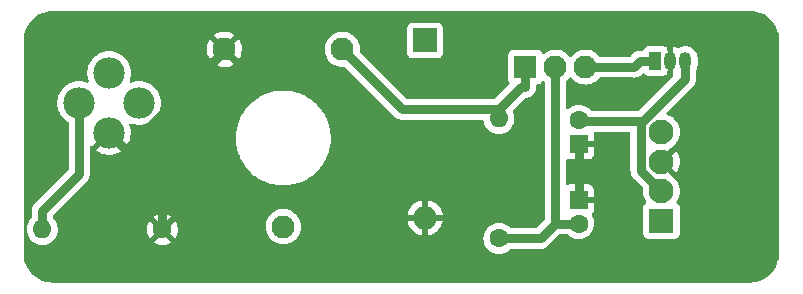
<source format=gbr>
%TF.GenerationSoftware,KiCad,Pcbnew,(6.0.7)*%
%TF.CreationDate,2022-09-16T11:39:32+01:00*%
%TF.ProjectId,gas sniffer,67617320-736e-4696-9666-65722e6b6963,rev?*%
%TF.SameCoordinates,Original*%
%TF.FileFunction,Copper,L2,Bot*%
%TF.FilePolarity,Positive*%
%FSLAX46Y46*%
G04 Gerber Fmt 4.6, Leading zero omitted, Abs format (unit mm)*
G04 Created by KiCad (PCBNEW (6.0.7)) date 2022-09-16 11:39:32*
%MOMM*%
%LPD*%
G01*
G04 APERTURE LIST*
%TA.AperFunction,ComponentPad*%
%ADD10C,1.950000*%
%TD*%
%TA.AperFunction,ComponentPad*%
%ADD11R,1.050000X1.500000*%
%TD*%
%TA.AperFunction,ComponentPad*%
%ADD12O,1.050000X1.500000*%
%TD*%
%TA.AperFunction,ComponentPad*%
%ADD13C,2.667000*%
%TD*%
%TA.AperFunction,ComponentPad*%
%ADD14O,1.600000X1.600000*%
%TD*%
%TA.AperFunction,ComponentPad*%
%ADD15C,1.600000*%
%TD*%
%TA.AperFunction,ComponentPad*%
%ADD16C,2.100000*%
%TD*%
%TA.AperFunction,ComponentPad*%
%ADD17R,2.100000X2.100000*%
%TD*%
%TA.AperFunction,ComponentPad*%
%ADD18C,1.935000*%
%TD*%
%TA.AperFunction,ComponentPad*%
%ADD19R,1.935000X1.935000*%
%TD*%
%TA.AperFunction,ComponentPad*%
%ADD20R,1.600000X1.600000*%
%TD*%
%TA.AperFunction,ComponentPad*%
%ADD21O,2.000000X2.000000*%
%TD*%
%TA.AperFunction,ComponentPad*%
%ADD22R,2.000000X2.000000*%
%TD*%
%TA.AperFunction,Conductor*%
%ADD23C,0.750000*%
%TD*%
G04 APERTURE END LIST*
D10*
X34500000Y-30750000D03*
X29500000Y-15750000D03*
X39500000Y-15750000D03*
D11*
X66000000Y-16750000D03*
D12*
X68540000Y-16750000D03*
X67270000Y-16750000D03*
D13*
X17210000Y-20290000D03*
X19750000Y-22830000D03*
X22290000Y-20290000D03*
X19750000Y-17750000D03*
D14*
X52750000Y-21590000D03*
D15*
X52750000Y-31750000D03*
D14*
X14090000Y-31000000D03*
D15*
X24250000Y-31000000D03*
D16*
X66500000Y-22750000D03*
X66500000Y-25250000D03*
X66500000Y-27750000D03*
D17*
X66500000Y-30250000D03*
D18*
X60080000Y-17250000D03*
X57540000Y-17250000D03*
D19*
X55000000Y-17250000D03*
D15*
X59500000Y-21750000D03*
D20*
X59500000Y-23750000D03*
D15*
X59500000Y-30500000D03*
D20*
X59500000Y-28500000D03*
D21*
X46500000Y-30000000D03*
D22*
X46500000Y-15000000D03*
D23*
X21168300Y-24248200D02*
X19750000Y-22830000D01*
X24250000Y-31000000D02*
X24250000Y-27330000D01*
X24250000Y-27330000D02*
X21168300Y-24248200D01*
X21168300Y-24248200D02*
X29500000Y-15916500D01*
X29500000Y-15916500D02*
X29500000Y-15750000D01*
X59500000Y-28500000D02*
X59500000Y-23750000D01*
X66000000Y-16750000D02*
X64725000Y-16750000D01*
X60080000Y-17250000D02*
X64225000Y-17250000D01*
X64225000Y-17250000D02*
X64725000Y-16750000D01*
X57540000Y-30500000D02*
X56290000Y-31750000D01*
X56290000Y-31750000D02*
X52750000Y-31750000D01*
X57540000Y-17250000D02*
X57540000Y-30500000D01*
X59500000Y-30500000D02*
X57540000Y-30500000D01*
X55000000Y-17250000D02*
X55000000Y-18967500D01*
X55000000Y-18967500D02*
X54597500Y-18967500D01*
X54597500Y-18967500D02*
X52750000Y-20815000D01*
X52750000Y-20815000D02*
X44565000Y-20815000D01*
X44565000Y-20815000D02*
X39500000Y-15750000D01*
X52750000Y-21590000D02*
X52750000Y-20815000D01*
X64775300Y-21830900D02*
X59580900Y-21830900D01*
X59580900Y-21830900D02*
X59500000Y-21750000D01*
X68540000Y-18250000D02*
X64959100Y-21830900D01*
X64959100Y-21830900D02*
X64775300Y-21830900D01*
X66500000Y-27750000D02*
X64775300Y-26025300D01*
X64775300Y-26025300D02*
X64775300Y-21830900D01*
X68540000Y-16750000D02*
X68540000Y-18250000D01*
X14090000Y-31000000D02*
X14090000Y-29450000D01*
X14090000Y-29450000D02*
X17210000Y-26330000D01*
X17210000Y-26330000D02*
X17210000Y-20290000D01*
%TA.AperFunction,Conductor*%
G36*
X73973721Y-12506324D02*
G01*
X73987264Y-12508432D01*
X73997407Y-12510011D01*
X74014605Y-12507762D01*
X74038546Y-12506929D01*
X74296395Y-12522524D01*
X74311497Y-12524358D01*
X74331592Y-12528040D01*
X74592440Y-12575841D01*
X74607213Y-12579482D01*
X74790935Y-12636731D01*
X74879905Y-12664455D01*
X74894128Y-12669849D01*
X75154595Y-12787074D01*
X75168069Y-12794146D01*
X75412497Y-12941908D01*
X75425019Y-12950551D01*
X75649862Y-13126704D01*
X75661250Y-13136794D01*
X75863206Y-13338750D01*
X75873296Y-13350138D01*
X76049449Y-13574981D01*
X76058092Y-13587503D01*
X76205854Y-13831931D01*
X76212926Y-13845405D01*
X76330151Y-14105872D01*
X76335546Y-14120098D01*
X76420518Y-14392787D01*
X76424159Y-14407560D01*
X76475642Y-14688500D01*
X76477476Y-14703605D01*
X76490008Y-14910796D01*
X76492634Y-14954221D01*
X76491372Y-14981026D01*
X76491370Y-14981170D01*
X76489989Y-14990041D01*
X76491153Y-14998944D01*
X76491153Y-14998949D01*
X76494116Y-15021611D01*
X76495180Y-15037947D01*
X76495180Y-32954316D01*
X76493680Y-32973701D01*
X76491370Y-32988534D01*
X76491370Y-32988538D01*
X76489989Y-32997407D01*
X76491446Y-33008545D01*
X76492238Y-33014604D01*
X76493071Y-33038546D01*
X76477476Y-33296395D01*
X76475642Y-33311500D01*
X76424159Y-33592440D01*
X76420518Y-33607213D01*
X76335546Y-33879902D01*
X76330151Y-33894128D01*
X76212926Y-34154595D01*
X76205854Y-34168069D01*
X76058092Y-34412497D01*
X76049449Y-34425019D01*
X75873296Y-34649862D01*
X75863206Y-34661250D01*
X75661250Y-34863206D01*
X75649862Y-34873296D01*
X75425019Y-35049449D01*
X75412497Y-35058092D01*
X75168069Y-35205854D01*
X75154595Y-35212926D01*
X74894128Y-35330151D01*
X74879905Y-35335545D01*
X74790935Y-35363269D01*
X74607213Y-35420518D01*
X74592440Y-35424159D01*
X74451970Y-35449900D01*
X74311497Y-35475642D01*
X74296395Y-35477476D01*
X74045775Y-35492634D01*
X74018974Y-35491372D01*
X74018830Y-35491370D01*
X74009959Y-35489989D01*
X74001056Y-35491153D01*
X74001051Y-35491153D01*
X73978389Y-35494116D01*
X73962053Y-35495180D01*
X15045687Y-35495180D01*
X15026302Y-35493680D01*
X15011469Y-35491370D01*
X15011465Y-35491370D01*
X15002596Y-35489989D01*
X14985397Y-35492238D01*
X14961457Y-35493071D01*
X14703610Y-35477474D01*
X14688506Y-35475640D01*
X14616534Y-35462451D01*
X14407560Y-35424155D01*
X14392793Y-35420516D01*
X14120089Y-35335538D01*
X14105875Y-35330146D01*
X13845412Y-35212922D01*
X13831941Y-35205852D01*
X13587507Y-35058085D01*
X13574986Y-35049442D01*
X13350149Y-34873295D01*
X13338760Y-34863205D01*
X13136795Y-34661240D01*
X13126705Y-34649851D01*
X12950558Y-34425014D01*
X12941915Y-34412493D01*
X12794148Y-34168059D01*
X12787077Y-34154586D01*
X12669854Y-33894125D01*
X12664461Y-33879907D01*
X12664460Y-33879902D01*
X12579484Y-33607206D01*
X12575845Y-33592440D01*
X12524360Y-33311494D01*
X12522526Y-33296390D01*
X12507589Y-33049448D01*
X12508840Y-33025896D01*
X12508654Y-33025879D01*
X12509089Y-33021030D01*
X12509896Y-33016232D01*
X12510049Y-33003680D01*
X12506102Y-32976115D01*
X12504830Y-32958229D01*
X12505230Y-31000000D01*
X12776502Y-31000000D01*
X12796457Y-31228087D01*
X12797881Y-31233400D01*
X12797881Y-31233402D01*
X12849374Y-31425573D01*
X12855716Y-31449243D01*
X12858039Y-31454224D01*
X12858039Y-31454225D01*
X12950151Y-31651762D01*
X12950154Y-31651767D01*
X12952477Y-31656749D01*
X12955634Y-31661257D01*
X13064585Y-31816855D01*
X13083802Y-31844300D01*
X13245700Y-32006198D01*
X13250208Y-32009355D01*
X13250211Y-32009357D01*
X13328389Y-32064098D01*
X13433251Y-32137523D01*
X13438233Y-32139846D01*
X13438238Y-32139849D01*
X13634765Y-32231490D01*
X13640757Y-32234284D01*
X13646065Y-32235706D01*
X13646067Y-32235707D01*
X13856598Y-32292119D01*
X13856600Y-32292119D01*
X13861913Y-32293543D01*
X14090000Y-32313498D01*
X14318087Y-32293543D01*
X14323400Y-32292119D01*
X14323402Y-32292119D01*
X14533933Y-32235707D01*
X14533935Y-32235706D01*
X14539243Y-32234284D01*
X14545235Y-32231490D01*
X14741762Y-32139849D01*
X14741767Y-32139846D01*
X14746749Y-32137523D01*
X14820243Y-32086062D01*
X23528493Y-32086062D01*
X23537789Y-32098077D01*
X23588994Y-32133931D01*
X23598489Y-32139414D01*
X23795947Y-32231490D01*
X23806239Y-32235236D01*
X24016688Y-32291625D01*
X24027481Y-32293528D01*
X24244525Y-32312517D01*
X24255475Y-32312517D01*
X24472519Y-32293528D01*
X24483312Y-32291625D01*
X24693761Y-32235236D01*
X24704053Y-32231490D01*
X24901511Y-32139414D01*
X24911006Y-32133931D01*
X24963048Y-32097491D01*
X24971424Y-32087012D01*
X24964356Y-32073566D01*
X24262812Y-31372022D01*
X24248868Y-31364408D01*
X24247035Y-31364539D01*
X24240420Y-31368790D01*
X23534923Y-32074287D01*
X23528493Y-32086062D01*
X14820243Y-32086062D01*
X14851611Y-32064098D01*
X14929789Y-32009357D01*
X14929792Y-32009355D01*
X14934300Y-32006198D01*
X15096198Y-31844300D01*
X15115416Y-31816855D01*
X15224366Y-31661257D01*
X15227523Y-31656749D01*
X15229846Y-31651767D01*
X15229849Y-31651762D01*
X15321961Y-31454225D01*
X15321961Y-31454224D01*
X15324284Y-31449243D01*
X15330627Y-31425573D01*
X15382119Y-31233402D01*
X15382119Y-31233400D01*
X15383543Y-31228087D01*
X15403019Y-31005475D01*
X22937483Y-31005475D01*
X22956472Y-31222519D01*
X22958375Y-31233312D01*
X23014764Y-31443761D01*
X23018510Y-31454053D01*
X23110586Y-31651511D01*
X23116069Y-31661006D01*
X23152509Y-31713048D01*
X23162988Y-31721424D01*
X23176434Y-31714356D01*
X23877978Y-31012812D01*
X23884356Y-31001132D01*
X24614408Y-31001132D01*
X24614539Y-31002965D01*
X24618790Y-31009580D01*
X25324287Y-31715077D01*
X25336062Y-31721507D01*
X25348077Y-31712211D01*
X25383931Y-31661006D01*
X25389414Y-31651511D01*
X25481490Y-31454053D01*
X25485236Y-31443761D01*
X25541625Y-31233312D01*
X25543528Y-31222519D01*
X25562517Y-31005475D01*
X25562517Y-30994525D01*
X25543528Y-30777481D01*
X25541625Y-30766688D01*
X25527409Y-30713631D01*
X33011860Y-30713631D01*
X33012157Y-30718783D01*
X33012157Y-30718787D01*
X33018547Y-30829595D01*
X33025903Y-30957171D01*
X33027040Y-30962217D01*
X33027041Y-30962223D01*
X33051223Y-31069527D01*
X33079533Y-31195147D01*
X33081475Y-31199929D01*
X33081476Y-31199933D01*
X33141680Y-31348197D01*
X33171311Y-31421169D01*
X33298772Y-31629166D01*
X33458492Y-31813553D01*
X33646183Y-31969377D01*
X33856804Y-32092453D01*
X33861629Y-32094295D01*
X33861630Y-32094296D01*
X33964763Y-32133679D01*
X34084698Y-32179478D01*
X34089764Y-32180509D01*
X34089765Y-32180509D01*
X34318667Y-32227080D01*
X34318671Y-32227080D01*
X34323746Y-32228113D01*
X34328922Y-32228303D01*
X34328924Y-32228303D01*
X34562363Y-32236863D01*
X34562367Y-32236863D01*
X34567527Y-32237052D01*
X34572647Y-32236396D01*
X34572649Y-32236396D01*
X34649377Y-32226567D01*
X34809494Y-32206055D01*
X34814443Y-32204570D01*
X34814449Y-32204569D01*
X35014337Y-32144599D01*
X35043150Y-32135955D01*
X35262219Y-32028634D01*
X35266424Y-32025634D01*
X35266430Y-32025631D01*
X35456614Y-31889974D01*
X35456616Y-31889972D01*
X35460818Y-31886975D01*
X35633614Y-31714781D01*
X35775966Y-31516677D01*
X35791305Y-31485642D01*
X35881756Y-31302626D01*
X35881757Y-31302624D01*
X35884050Y-31297984D01*
X35916827Y-31190105D01*
X35953462Y-31069527D01*
X35953463Y-31069521D01*
X35954966Y-31064575D01*
X35986807Y-30822717D01*
X35986889Y-30819365D01*
X35988502Y-30753365D01*
X35988502Y-30753361D01*
X35988584Y-30750000D01*
X35968596Y-30506876D01*
X35909167Y-30270280D01*
X35907928Y-30267431D01*
X45013353Y-30267431D01*
X45060218Y-30462634D01*
X45063264Y-30472008D01*
X45150313Y-30682163D01*
X45154795Y-30690958D01*
X45273643Y-30884899D01*
X45279443Y-30892883D01*
X45427178Y-31065858D01*
X45434142Y-31072822D01*
X45607117Y-31220557D01*
X45615101Y-31226357D01*
X45809042Y-31345205D01*
X45817837Y-31349687D01*
X46027992Y-31436736D01*
X46037366Y-31439782D01*
X46228385Y-31485642D01*
X46242469Y-31484937D01*
X46246000Y-31476056D01*
X46246000Y-31471756D01*
X46754000Y-31471756D01*
X46757973Y-31485287D01*
X46767431Y-31486647D01*
X46962634Y-31439782D01*
X46972008Y-31436736D01*
X47182163Y-31349687D01*
X47190958Y-31345205D01*
X47384899Y-31226357D01*
X47392883Y-31220557D01*
X47565858Y-31072822D01*
X47572822Y-31065858D01*
X47720557Y-30892883D01*
X47726357Y-30884899D01*
X47845205Y-30690958D01*
X47849687Y-30682163D01*
X47936736Y-30472008D01*
X47939782Y-30462634D01*
X47985642Y-30271615D01*
X47984937Y-30257531D01*
X47976056Y-30254000D01*
X46772115Y-30254000D01*
X46756876Y-30258475D01*
X46755671Y-30259865D01*
X46754000Y-30267548D01*
X46754000Y-31471756D01*
X46246000Y-31471756D01*
X46246000Y-30272115D01*
X46241525Y-30256876D01*
X46240135Y-30255671D01*
X46232452Y-30254000D01*
X45028244Y-30254000D01*
X45014713Y-30257973D01*
X45013353Y-30267431D01*
X35907928Y-30267431D01*
X35822042Y-30069907D01*
X35813954Y-30051305D01*
X35813952Y-30051302D01*
X35811894Y-30046568D01*
X35679390Y-29841748D01*
X35674779Y-29836680D01*
X35576238Y-29728385D01*
X45014358Y-29728385D01*
X45015063Y-29742469D01*
X45023944Y-29746000D01*
X46227885Y-29746000D01*
X46243124Y-29741525D01*
X46244329Y-29740135D01*
X46246000Y-29732452D01*
X46246000Y-29727885D01*
X46754000Y-29727885D01*
X46758475Y-29743124D01*
X46759865Y-29744329D01*
X46767548Y-29746000D01*
X47971756Y-29746000D01*
X47985287Y-29742027D01*
X47986647Y-29732569D01*
X47939782Y-29537366D01*
X47936736Y-29527992D01*
X47849687Y-29317837D01*
X47845205Y-29309042D01*
X47726357Y-29115101D01*
X47720557Y-29107117D01*
X47572822Y-28934142D01*
X47565858Y-28927178D01*
X47392883Y-28779443D01*
X47384899Y-28773643D01*
X47190958Y-28654795D01*
X47182163Y-28650313D01*
X46972008Y-28563264D01*
X46962634Y-28560218D01*
X46771615Y-28514358D01*
X46757531Y-28515063D01*
X46754000Y-28523944D01*
X46754000Y-29727885D01*
X46246000Y-29727885D01*
X46246000Y-28528244D01*
X46242027Y-28514713D01*
X46232569Y-28513353D01*
X46037366Y-28560218D01*
X46027992Y-28563264D01*
X45817837Y-28650313D01*
X45809042Y-28654795D01*
X45615101Y-28773643D01*
X45607117Y-28779443D01*
X45434142Y-28927178D01*
X45427178Y-28934142D01*
X45279443Y-29107117D01*
X45273643Y-29115101D01*
X45154795Y-29309042D01*
X45150313Y-29317837D01*
X45063264Y-29527992D01*
X45060218Y-29537366D01*
X45014358Y-29728385D01*
X35576238Y-29728385D01*
X35518690Y-29665141D01*
X35518688Y-29665140D01*
X35515212Y-29661319D01*
X35511161Y-29658120D01*
X35511157Y-29658116D01*
X35327825Y-29513329D01*
X35327821Y-29513327D01*
X35323770Y-29510127D01*
X35287133Y-29489902D01*
X35267759Y-29479207D01*
X35110205Y-29392233D01*
X35105336Y-29390509D01*
X35105332Y-29390507D01*
X34885127Y-29312528D01*
X34885123Y-29312527D01*
X34880252Y-29310802D01*
X34875159Y-29309895D01*
X34875156Y-29309894D01*
X34645177Y-29268928D01*
X34645171Y-29268927D01*
X34640088Y-29268022D01*
X34560380Y-29267048D01*
X34401332Y-29265105D01*
X34401330Y-29265105D01*
X34396162Y-29265042D01*
X34155024Y-29301941D01*
X33923150Y-29377729D01*
X33918558Y-29380119D01*
X33918559Y-29380119D01*
X33828792Y-29426849D01*
X33706769Y-29490370D01*
X33702636Y-29493473D01*
X33702633Y-29493475D01*
X33538780Y-29616500D01*
X33511690Y-29636840D01*
X33343153Y-29813204D01*
X33340239Y-29817476D01*
X33340238Y-29817477D01*
X33322656Y-29843251D01*
X33205684Y-30014726D01*
X33102974Y-30235995D01*
X33037783Y-30471067D01*
X33011860Y-30713631D01*
X25527409Y-30713631D01*
X25485236Y-30556239D01*
X25481490Y-30545947D01*
X25389414Y-30348489D01*
X25383931Y-30338994D01*
X25347491Y-30286952D01*
X25337012Y-30278576D01*
X25323566Y-30285644D01*
X24622022Y-30987188D01*
X24614408Y-31001132D01*
X23884356Y-31001132D01*
X23885592Y-30998868D01*
X23885461Y-30997035D01*
X23881210Y-30990420D01*
X23175713Y-30284923D01*
X23163938Y-30278493D01*
X23151923Y-30287789D01*
X23116069Y-30338994D01*
X23110586Y-30348489D01*
X23018510Y-30545947D01*
X23014764Y-30556239D01*
X22958375Y-30766688D01*
X22956472Y-30777481D01*
X22937483Y-30994525D01*
X22937483Y-31005475D01*
X15403019Y-31005475D01*
X15403498Y-31000000D01*
X15383543Y-30771913D01*
X15378573Y-30753365D01*
X15325707Y-30556067D01*
X15325706Y-30556065D01*
X15324284Y-30550757D01*
X15321961Y-30545775D01*
X15229849Y-30348238D01*
X15229846Y-30348233D01*
X15227523Y-30343251D01*
X15096198Y-30155700D01*
X15010405Y-30069907D01*
X14976379Y-30007595D01*
X14973500Y-29980812D01*
X14973500Y-29912988D01*
X23528576Y-29912988D01*
X23535644Y-29926434D01*
X24237188Y-30627978D01*
X24251132Y-30635592D01*
X24252965Y-30635461D01*
X24259580Y-30631210D01*
X24965077Y-29925713D01*
X24971507Y-29913938D01*
X24962211Y-29901923D01*
X24911006Y-29866069D01*
X24901511Y-29860586D01*
X24704053Y-29768510D01*
X24693761Y-29764764D01*
X24483312Y-29708375D01*
X24472519Y-29706472D01*
X24255475Y-29687483D01*
X24244525Y-29687483D01*
X24027481Y-29706472D01*
X24016688Y-29708375D01*
X23806239Y-29764764D01*
X23795947Y-29768510D01*
X23598489Y-29860586D01*
X23588994Y-29866069D01*
X23536952Y-29902509D01*
X23528576Y-29912988D01*
X14973500Y-29912988D01*
X14973500Y-29868148D01*
X14993502Y-29800027D01*
X15010405Y-29779053D01*
X17778546Y-27010912D01*
X17793574Y-26998075D01*
X17804434Y-26990185D01*
X17848886Y-26940816D01*
X17853427Y-26936031D01*
X17867472Y-26921986D01*
X17869559Y-26919409D01*
X17879969Y-26906554D01*
X17884253Y-26901538D01*
X17924283Y-26857080D01*
X17924287Y-26857075D01*
X17928704Y-26852169D01*
X17935411Y-26840552D01*
X17946609Y-26824259D01*
X17950891Y-26818971D01*
X17955047Y-26813839D01*
X17985213Y-26754637D01*
X17988346Y-26748867D01*
X18018260Y-26697055D01*
X18018262Y-26697050D01*
X18021564Y-26691331D01*
X18023605Y-26685051D01*
X18023608Y-26685043D01*
X18025708Y-26678579D01*
X18033272Y-26660317D01*
X18036365Y-26654245D01*
X18039362Y-26648363D01*
X18056559Y-26584183D01*
X18058424Y-26577888D01*
X18078954Y-26514702D01*
X18079644Y-26508133D01*
X18079646Y-26508126D01*
X18080358Y-26501355D01*
X18083958Y-26481926D01*
X18087429Y-26468971D01*
X18090905Y-26402647D01*
X18091422Y-26396078D01*
X18093156Y-26379577D01*
X18093500Y-26376306D01*
X18093500Y-26356426D01*
X18093673Y-26349831D01*
X18096804Y-26290098D01*
X18096804Y-26290094D01*
X18097149Y-26283507D01*
X18095051Y-26270260D01*
X18093500Y-26250550D01*
X18093500Y-24300535D01*
X18644633Y-24300535D01*
X18652022Y-24310836D01*
X18684966Y-24337657D01*
X18692245Y-24342772D01*
X18908022Y-24472681D01*
X18915946Y-24476718D01*
X19147879Y-24574930D01*
X19156284Y-24577808D01*
X19399756Y-24642363D01*
X19408474Y-24644026D01*
X19658614Y-24673631D01*
X19667482Y-24674049D01*
X19919284Y-24668115D01*
X19928144Y-24667278D01*
X20176586Y-24625926D01*
X20185243Y-24623847D01*
X20425387Y-24547900D01*
X20433649Y-24544629D01*
X20660699Y-24435601D01*
X20668423Y-24431195D01*
X20847319Y-24311659D01*
X20855608Y-24301741D01*
X20848352Y-24287563D01*
X19762810Y-23202020D01*
X19748869Y-23194408D01*
X19747034Y-23194539D01*
X19740420Y-23198790D01*
X18651799Y-24287412D01*
X18644633Y-24300535D01*
X18093500Y-24300535D01*
X18093500Y-24048343D01*
X18113502Y-23980222D01*
X18167158Y-23933729D01*
X18237432Y-23923625D01*
X18261803Y-23934264D01*
X18277229Y-23935956D01*
X18293128Y-23927661D01*
X19660905Y-22559885D01*
X19723217Y-22525859D01*
X19794033Y-22530924D01*
X19839095Y-22559885D01*
X21208316Y-23929105D01*
X21221716Y-23936423D01*
X21231619Y-23929436D01*
X21240748Y-23918576D01*
X21245966Y-23911393D01*
X21379258Y-23697668D01*
X21383410Y-23689828D01*
X21485258Y-23459450D01*
X21488268Y-23451089D01*
X21521276Y-23334052D01*
X30487391Y-23334052D01*
X30487612Y-23337171D01*
X30487612Y-23337178D01*
X30503735Y-23564895D01*
X30515579Y-23732168D01*
X30583169Y-24125515D01*
X30689491Y-24510205D01*
X30690614Y-24513107D01*
X30690617Y-24513117D01*
X30803016Y-24803649D01*
X30833495Y-24882433D01*
X30834908Y-24885224D01*
X30834911Y-24885231D01*
X30851644Y-24918285D01*
X31013757Y-25238518D01*
X31015436Y-25241148D01*
X31015442Y-25241159D01*
X31141363Y-25438434D01*
X31228494Y-25574939D01*
X31230423Y-25577386D01*
X31230428Y-25577393D01*
X31375769Y-25761756D01*
X31475582Y-25888368D01*
X31477757Y-25890624D01*
X31477762Y-25890630D01*
X31540551Y-25955763D01*
X31752578Y-26175708D01*
X31754971Y-26177741D01*
X32054348Y-26432081D01*
X32054357Y-26432088D01*
X32056743Y-26434115D01*
X32059323Y-26435898D01*
X32382497Y-26659258D01*
X32382506Y-26659263D01*
X32385069Y-26661035D01*
X32387804Y-26662548D01*
X32387809Y-26662551D01*
X32454057Y-26699197D01*
X32734309Y-26854224D01*
X32737178Y-26855457D01*
X32737189Y-26855462D01*
X33098142Y-27010539D01*
X33101010Y-27011771D01*
X33103987Y-27012712D01*
X33103991Y-27012714D01*
X33191117Y-27040268D01*
X33481545Y-27132118D01*
X33484613Y-27132762D01*
X33484614Y-27132762D01*
X33676849Y-27173097D01*
X33872152Y-27214076D01*
X33875269Y-27214412D01*
X33875270Y-27214412D01*
X34266516Y-27256570D01*
X34266519Y-27256570D01*
X34268967Y-27256834D01*
X34271430Y-27256905D01*
X34271431Y-27256905D01*
X34274681Y-27256999D01*
X34326803Y-27258500D01*
X34600217Y-27258500D01*
X34601780Y-27258422D01*
X34601788Y-27258422D01*
X34699009Y-27253582D01*
X34898619Y-27243645D01*
X34901704Y-27243181D01*
X34901706Y-27243181D01*
X35290203Y-27184773D01*
X35293296Y-27184308D01*
X35399786Y-27157263D01*
X35677085Y-27086838D01*
X35677088Y-27086837D01*
X35680128Y-27086065D01*
X35697305Y-27079830D01*
X36052352Y-26950955D01*
X36052362Y-26950951D01*
X36055290Y-26949888D01*
X36415071Y-26777123D01*
X36755915Y-26569479D01*
X36932862Y-26435898D01*
X37071957Y-26330892D01*
X37071960Y-26330890D01*
X37074451Y-26329009D01*
X37076733Y-26326899D01*
X37076742Y-26326892D01*
X37349369Y-26074877D01*
X37367528Y-26058091D01*
X37373153Y-26051745D01*
X37630165Y-25761756D01*
X37632249Y-25759405D01*
X37865995Y-25435903D01*
X38066455Y-25090785D01*
X38081530Y-25057631D01*
X38230349Y-24730321D01*
X38231648Y-24727464D01*
X38251795Y-24668115D01*
X38358931Y-24352499D01*
X38358932Y-24352496D01*
X38359938Y-24349532D01*
X38360642Y-24346494D01*
X38360645Y-24346484D01*
X38449353Y-23963770D01*
X38449353Y-23963768D01*
X38450058Y-23960728D01*
X38501117Y-23564895D01*
X38512609Y-23165948D01*
X38503943Y-23043543D01*
X38484643Y-22770968D01*
X38484421Y-22767832D01*
X38416831Y-22374485D01*
X38399215Y-22310745D01*
X38325722Y-22044839D01*
X38310509Y-21989795D01*
X38309386Y-21986893D01*
X38309383Y-21986883D01*
X38177532Y-21646071D01*
X38166505Y-21617567D01*
X38155322Y-21595475D01*
X38063380Y-21413856D01*
X37986243Y-21261482D01*
X37984564Y-21258852D01*
X37984558Y-21258841D01*
X37780132Y-20938575D01*
X37771506Y-20925061D01*
X37769577Y-20922614D01*
X37769572Y-20922607D01*
X37526362Y-20614098D01*
X37524418Y-20611632D01*
X37522243Y-20609376D01*
X37522238Y-20609370D01*
X37374367Y-20455978D01*
X37247422Y-20324292D01*
X37203266Y-20286779D01*
X36945652Y-20067919D01*
X36945643Y-20067912D01*
X36943257Y-20065885D01*
X36801877Y-19968171D01*
X36617503Y-19840742D01*
X36617494Y-19840737D01*
X36614931Y-19838965D01*
X36612196Y-19837452D01*
X36612191Y-19837449D01*
X36380862Y-19709485D01*
X36265691Y-19645776D01*
X36262822Y-19644543D01*
X36262811Y-19644538D01*
X35901858Y-19489461D01*
X35901855Y-19489460D01*
X35898990Y-19488229D01*
X35896013Y-19487288D01*
X35896009Y-19487286D01*
X35673847Y-19417026D01*
X35518455Y-19367882D01*
X35497233Y-19363429D01*
X35273395Y-19316463D01*
X35127848Y-19285924D01*
X35115106Y-19284551D01*
X34733484Y-19243430D01*
X34733481Y-19243430D01*
X34731033Y-19243166D01*
X34728570Y-19243095D01*
X34728569Y-19243095D01*
X34725319Y-19243001D01*
X34673197Y-19241500D01*
X34399783Y-19241500D01*
X34398220Y-19241578D01*
X34398212Y-19241578D01*
X34300991Y-19246418D01*
X34101381Y-19256355D01*
X34098296Y-19256819D01*
X34098294Y-19256819D01*
X33872032Y-19290836D01*
X33706704Y-19315692D01*
X33703669Y-19316463D01*
X33703668Y-19316463D01*
X33322915Y-19413162D01*
X33322912Y-19413163D01*
X33319872Y-19413935D01*
X33316925Y-19415005D01*
X33316924Y-19415005D01*
X32947648Y-19549045D01*
X32947638Y-19549049D01*
X32944710Y-19550112D01*
X32584929Y-19722877D01*
X32244085Y-19930521D01*
X32241575Y-19932416D01*
X32064777Y-20065885D01*
X31925549Y-20170991D01*
X31923267Y-20173101D01*
X31923258Y-20173108D01*
X31859556Y-20231994D01*
X31632472Y-20441909D01*
X31630400Y-20444247D01*
X31630395Y-20444252D01*
X31583624Y-20497024D01*
X31367751Y-20740595D01*
X31134005Y-21064097D01*
X30933545Y-21409215D01*
X30932255Y-21412052D01*
X30932253Y-21412056D01*
X30806352Y-21688959D01*
X30768352Y-21772536D01*
X30767344Y-21775505D01*
X30767341Y-21775513D01*
X30647516Y-22128509D01*
X30640062Y-22150468D01*
X30639358Y-22153506D01*
X30639355Y-22153516D01*
X30553051Y-22525859D01*
X30549942Y-22539272D01*
X30517851Y-22788058D01*
X30502724Y-22905331D01*
X30498883Y-22935105D01*
X30487391Y-23334052D01*
X21521276Y-23334052D01*
X21556634Y-23208680D01*
X21558438Y-23199972D01*
X21592134Y-22949106D01*
X21592662Y-22942713D01*
X21596103Y-22833222D01*
X21595976Y-22826779D01*
X21578101Y-22574317D01*
X21576848Y-22565513D01*
X21523835Y-22319278D01*
X21521356Y-22310745D01*
X21470949Y-22174112D01*
X21466137Y-22103278D01*
X21500384Y-22041088D01*
X21562818Y-22007286D01*
X21638290Y-22014474D01*
X21691820Y-22037141D01*
X21696117Y-22038280D01*
X21696122Y-22038282D01*
X21817891Y-22070568D01*
X21943962Y-22103995D01*
X22203008Y-22134655D01*
X22463790Y-22128509D01*
X22468188Y-22127777D01*
X22716715Y-22086411D01*
X22716719Y-22086410D01*
X22721105Y-22085680D01*
X22725346Y-22084339D01*
X22725349Y-22084338D01*
X22965571Y-22008366D01*
X22965573Y-22008365D01*
X22969817Y-22007023D01*
X22973828Y-22005097D01*
X22973833Y-22005095D01*
X23200947Y-21896036D01*
X23200948Y-21896035D01*
X23204966Y-21894106D01*
X23208672Y-21891630D01*
X23418151Y-21751661D01*
X23418155Y-21751658D01*
X23421859Y-21749183D01*
X23616167Y-21575146D01*
X23784016Y-21375466D01*
X23792469Y-21361913D01*
X23846809Y-21274780D01*
X23922054Y-21154128D01*
X24027529Y-20915549D01*
X24028955Y-20910495D01*
X24073240Y-20753472D01*
X24098336Y-20664488D01*
X24105739Y-20609370D01*
X24132634Y-20409138D01*
X24132635Y-20409130D01*
X24133061Y-20405956D01*
X24133162Y-20402745D01*
X24136604Y-20293222D01*
X24136604Y-20293217D01*
X24136705Y-20290000D01*
X24118282Y-20029797D01*
X24063379Y-19774786D01*
X24057587Y-19759084D01*
X23974634Y-19534231D01*
X23973093Y-19530054D01*
X23849225Y-19300486D01*
X23842098Y-19290836D01*
X23696887Y-19094238D01*
X23694245Y-19090661D01*
X23511248Y-18904766D01*
X23461880Y-18867089D01*
X23307423Y-18749212D01*
X23303883Y-18746510D01*
X23256721Y-18720098D01*
X23080175Y-18621227D01*
X23080172Y-18621226D01*
X23076289Y-18619051D01*
X23072144Y-18617447D01*
X23072141Y-18617446D01*
X22928800Y-18561992D01*
X22833006Y-18524932D01*
X22828685Y-18523930D01*
X22828677Y-18523928D01*
X22616543Y-18474759D01*
X22578888Y-18466031D01*
X22319007Y-18443523D01*
X22314572Y-18443767D01*
X22314568Y-18443767D01*
X22062989Y-18457612D01*
X22062982Y-18457613D01*
X22058546Y-18457857D01*
X21802704Y-18508747D01*
X21752040Y-18526539D01*
X21634617Y-18567775D01*
X21563716Y-18571473D01*
X21502072Y-18536253D01*
X21469254Y-18473297D01*
X21477627Y-18397947D01*
X21487529Y-18375549D01*
X21498905Y-18335215D01*
X21534246Y-18209904D01*
X21558336Y-18124488D01*
X21566788Y-18061564D01*
X21592634Y-17869138D01*
X21592635Y-17869130D01*
X21593061Y-17865956D01*
X21593371Y-17856082D01*
X21596604Y-17753222D01*
X21596604Y-17753217D01*
X21596705Y-17750000D01*
X21578282Y-17489797D01*
X21523379Y-17234786D01*
X21520988Y-17228303D01*
X21434634Y-16994231D01*
X21433093Y-16990054D01*
X21420451Y-16966624D01*
X28648621Y-16966624D01*
X28652988Y-16972774D01*
X28852563Y-17089397D01*
X28861846Y-17093844D01*
X29080007Y-17177152D01*
X29089905Y-17180028D01*
X29318744Y-17226585D01*
X29328972Y-17227804D01*
X29562340Y-17236362D01*
X29572626Y-17235895D01*
X29804262Y-17206222D01*
X29814340Y-17204080D01*
X30038014Y-17136974D01*
X30047612Y-17133212D01*
X30257324Y-17030476D01*
X30266169Y-17025203D01*
X30338869Y-16973347D01*
X30347270Y-16962646D01*
X30340283Y-16949493D01*
X29512812Y-16122022D01*
X29498868Y-16114408D01*
X29497035Y-16114539D01*
X29490420Y-16118790D01*
X28655881Y-16953329D01*
X28648621Y-16966624D01*
X21420451Y-16966624D01*
X21309225Y-16760486D01*
X21154245Y-16550661D01*
X20971248Y-16364766D01*
X20947312Y-16346498D01*
X20795932Y-16230969D01*
X20763883Y-16206510D01*
X20625940Y-16129258D01*
X20540175Y-16081227D01*
X20540172Y-16081226D01*
X20536289Y-16079051D01*
X20532144Y-16077447D01*
X20532141Y-16077446D01*
X20395516Y-16024590D01*
X20293006Y-15984932D01*
X20288685Y-15983930D01*
X20288677Y-15983928D01*
X20121561Y-15945194D01*
X20038888Y-15926031D01*
X19779007Y-15903523D01*
X19774572Y-15903767D01*
X19774568Y-15903767D01*
X19522989Y-15917612D01*
X19522982Y-15917613D01*
X19518546Y-15917857D01*
X19262704Y-15968747D01*
X19016585Y-16055178D01*
X18785099Y-16175425D01*
X18781484Y-16178008D01*
X18781478Y-16178012D01*
X18647402Y-16273824D01*
X18572866Y-16327089D01*
X18384120Y-16507144D01*
X18381364Y-16510639D01*
X18381363Y-16510641D01*
X18284849Y-16633069D01*
X18222626Y-16711998D01*
X18220389Y-16715850D01*
X18093842Y-16933715D01*
X18093839Y-16933721D01*
X18091608Y-16937562D01*
X18089938Y-16941685D01*
X17995352Y-17175205D01*
X17995349Y-17175213D01*
X17993679Y-17179337D01*
X17930794Y-17432498D01*
X17904206Y-17691994D01*
X17906485Y-17750000D01*
X17914156Y-17945229D01*
X17914447Y-17952647D01*
X17915245Y-17957019D01*
X17915246Y-17957024D01*
X17936477Y-18073272D01*
X17961313Y-18209257D01*
X17962717Y-18213466D01*
X17962719Y-18213473D01*
X18028367Y-18410244D01*
X18030951Y-18481194D01*
X17994767Y-18542278D01*
X17931303Y-18574102D01*
X17863381Y-18567632D01*
X17757162Y-18526539D01*
X17757151Y-18526536D01*
X17753006Y-18524932D01*
X17748685Y-18523930D01*
X17748677Y-18523928D01*
X17536543Y-18474759D01*
X17498888Y-18466031D01*
X17239007Y-18443523D01*
X17234572Y-18443767D01*
X17234568Y-18443767D01*
X16982989Y-18457612D01*
X16982982Y-18457613D01*
X16978546Y-18457857D01*
X16722704Y-18508747D01*
X16476585Y-18595178D01*
X16245099Y-18715425D01*
X16241484Y-18718008D01*
X16241478Y-18718012D01*
X16158821Y-18777080D01*
X16032866Y-18867089D01*
X15844120Y-19047144D01*
X15841364Y-19050639D01*
X15841363Y-19050641D01*
X15721298Y-19202943D01*
X15682626Y-19251998D01*
X15662546Y-19286568D01*
X15553842Y-19473715D01*
X15553839Y-19473721D01*
X15551608Y-19477562D01*
X15549938Y-19481685D01*
X15455352Y-19715205D01*
X15455349Y-19715213D01*
X15453679Y-19719337D01*
X15390794Y-19972498D01*
X15364206Y-20231994D01*
X15366485Y-20290000D01*
X15372546Y-20444252D01*
X15374447Y-20492647D01*
X15421313Y-20749257D01*
X15422718Y-20753469D01*
X15422719Y-20753472D01*
X15460447Y-20866558D01*
X15503867Y-20996703D01*
X15505859Y-21000690D01*
X15505860Y-21000692D01*
X15586895Y-21162868D01*
X15620463Y-21230049D01*
X15768775Y-21444639D01*
X15806056Y-21484969D01*
X15926042Y-21614769D01*
X15945843Y-21636190D01*
X15949297Y-21639002D01*
X16144678Y-21798067D01*
X16144682Y-21798070D01*
X16148135Y-21800881D01*
X16205355Y-21835330D01*
X16265489Y-21871534D01*
X16313533Y-21923806D01*
X16326500Y-21979480D01*
X16326500Y-25911852D01*
X16306498Y-25979973D01*
X16289595Y-26000947D01*
X13521454Y-28769088D01*
X13506426Y-28781925D01*
X13495566Y-28789815D01*
X13491145Y-28794725D01*
X13491144Y-28794726D01*
X13451114Y-28839184D01*
X13446573Y-28843969D01*
X13432528Y-28858014D01*
X13430444Y-28860588D01*
X13430441Y-28860591D01*
X13420031Y-28873446D01*
X13415747Y-28878462D01*
X13375717Y-28922920D01*
X13375713Y-28922925D01*
X13371296Y-28927831D01*
X13364791Y-28939097D01*
X13364589Y-28939448D01*
X13353391Y-28955741D01*
X13344953Y-28966161D01*
X13314787Y-29025363D01*
X13311654Y-29031133D01*
X13281740Y-29082945D01*
X13281738Y-29082950D01*
X13278436Y-29088669D01*
X13276395Y-29094949D01*
X13276392Y-29094957D01*
X13274292Y-29101421D01*
X13266728Y-29119683D01*
X13263637Y-29125749D01*
X13263634Y-29125758D01*
X13260638Y-29131637D01*
X13258929Y-29138015D01*
X13243444Y-29195804D01*
X13241578Y-29202106D01*
X13221046Y-29265298D01*
X13220356Y-29271866D01*
X13219645Y-29278628D01*
X13216042Y-29298071D01*
X13212570Y-29311029D01*
X13212225Y-29317619D01*
X13212224Y-29317623D01*
X13209093Y-29377367D01*
X13208577Y-29383931D01*
X13206500Y-29403694D01*
X13206500Y-29423555D01*
X13206327Y-29430150D01*
X13202850Y-29496493D01*
X13203882Y-29503007D01*
X13204949Y-29509744D01*
X13206500Y-29529456D01*
X13206500Y-29980812D01*
X13186498Y-30048933D01*
X13169595Y-30069907D01*
X13083802Y-30155700D01*
X12952477Y-30343251D01*
X12950154Y-30348233D01*
X12950151Y-30348238D01*
X12858039Y-30545775D01*
X12855716Y-30550757D01*
X12854294Y-30556065D01*
X12854293Y-30556067D01*
X12801427Y-30753365D01*
X12796457Y-30771913D01*
X12776502Y-31000000D01*
X12505230Y-31000000D01*
X12508353Y-15718799D01*
X28012658Y-15718799D01*
X28026102Y-15951942D01*
X28027535Y-15962144D01*
X28078873Y-16189949D01*
X28081956Y-16199789D01*
X28169814Y-16416156D01*
X28174457Y-16425347D01*
X28275555Y-16590325D01*
X28286011Y-16599785D01*
X28294789Y-16596001D01*
X29127978Y-15762812D01*
X29134356Y-15751132D01*
X29864408Y-15751132D01*
X29864539Y-15752965D01*
X29868790Y-15759580D01*
X30700045Y-16590835D01*
X30712055Y-16597394D01*
X30723794Y-16588426D01*
X30772518Y-16520619D01*
X30777829Y-16511780D01*
X30881291Y-16302442D01*
X30885089Y-16292849D01*
X30952974Y-16069413D01*
X30955151Y-16059343D01*
X30985869Y-15826015D01*
X30986388Y-15819340D01*
X30988001Y-15753364D01*
X30987807Y-15746647D01*
X30985093Y-15713631D01*
X38011860Y-15713631D01*
X38012157Y-15718783D01*
X38012157Y-15718787D01*
X38023405Y-15913858D01*
X38025903Y-15957171D01*
X38027040Y-15962217D01*
X38027041Y-15962223D01*
X38056407Y-16092528D01*
X38079533Y-16195147D01*
X38081475Y-16199929D01*
X38081476Y-16199933D01*
X38169275Y-16416156D01*
X38171311Y-16421169D01*
X38298772Y-16629166D01*
X38458492Y-16813553D01*
X38646183Y-16969377D01*
X38856804Y-17092453D01*
X39084698Y-17179478D01*
X39089764Y-17180509D01*
X39089765Y-17180509D01*
X39318667Y-17227080D01*
X39318671Y-17227080D01*
X39323746Y-17228113D01*
X39328922Y-17228303D01*
X39328924Y-17228303D01*
X39562363Y-17236863D01*
X39562367Y-17236863D01*
X39567527Y-17237052D01*
X39656922Y-17225600D01*
X39727031Y-17236784D01*
X39762026Y-17261484D01*
X43884085Y-21383542D01*
X43896926Y-21398577D01*
X43900927Y-21404084D01*
X43900932Y-21404090D01*
X43904815Y-21409434D01*
X43909725Y-21413855D01*
X43909726Y-21413856D01*
X43954194Y-21453895D01*
X43958979Y-21458436D01*
X43973015Y-21472472D01*
X43975579Y-21474548D01*
X43988447Y-21484969D01*
X43993462Y-21489253D01*
X44037920Y-21529283D01*
X44037925Y-21529287D01*
X44042831Y-21533704D01*
X44048547Y-21537004D01*
X44048548Y-21537005D01*
X44054449Y-21540412D01*
X44070737Y-21551607D01*
X44081161Y-21560048D01*
X44140366Y-21590214D01*
X44146119Y-21593337D01*
X44203669Y-21626564D01*
X44209953Y-21628606D01*
X44209958Y-21628608D01*
X44216421Y-21630708D01*
X44234683Y-21638272D01*
X44240749Y-21641363D01*
X44240758Y-21641366D01*
X44246637Y-21644362D01*
X44253015Y-21646071D01*
X44310804Y-21661556D01*
X44317106Y-21663422D01*
X44380298Y-21683954D01*
X44393205Y-21685311D01*
X44393628Y-21685355D01*
X44413071Y-21688958D01*
X44426029Y-21692430D01*
X44432619Y-21692775D01*
X44432623Y-21692776D01*
X44476573Y-21695079D01*
X44492372Y-21695907D01*
X44498931Y-21696423D01*
X44518694Y-21698500D01*
X44538555Y-21698500D01*
X44545150Y-21698673D01*
X44604902Y-21701805D01*
X44604906Y-21701805D01*
X44611493Y-21702150D01*
X44624747Y-21700051D01*
X44644456Y-21698500D01*
X51330536Y-21698500D01*
X51398657Y-21718502D01*
X51445150Y-21772158D01*
X51454417Y-21807295D01*
X51455022Y-21807188D01*
X51455978Y-21812606D01*
X51456457Y-21818087D01*
X51515716Y-22039243D01*
X51518039Y-22044224D01*
X51518039Y-22044225D01*
X51610151Y-22241762D01*
X51610154Y-22241767D01*
X51612477Y-22246749D01*
X51743802Y-22434300D01*
X51905700Y-22596198D01*
X51910208Y-22599355D01*
X51910211Y-22599357D01*
X51988389Y-22654098D01*
X52093251Y-22727523D01*
X52098233Y-22729846D01*
X52098238Y-22729849D01*
X52295775Y-22821961D01*
X52300757Y-22824284D01*
X52306065Y-22825706D01*
X52306067Y-22825707D01*
X52516598Y-22882119D01*
X52516600Y-22882119D01*
X52521913Y-22883543D01*
X52750000Y-22903498D01*
X52978087Y-22883543D01*
X52983400Y-22882119D01*
X52983402Y-22882119D01*
X53193933Y-22825707D01*
X53193935Y-22825706D01*
X53199243Y-22824284D01*
X53204225Y-22821961D01*
X53401762Y-22729849D01*
X53401767Y-22729846D01*
X53406749Y-22727523D01*
X53511611Y-22654098D01*
X53589789Y-22599357D01*
X53589792Y-22599355D01*
X53594300Y-22596198D01*
X53756198Y-22434300D01*
X53887523Y-22246749D01*
X53889846Y-22241767D01*
X53889849Y-22241762D01*
X53981961Y-22044225D01*
X53981961Y-22044224D01*
X53984284Y-22039243D01*
X53992918Y-22007023D01*
X54042119Y-21823402D01*
X54042119Y-21823400D01*
X54043543Y-21818087D01*
X54063498Y-21590000D01*
X54043543Y-21361913D01*
X54017382Y-21264278D01*
X53985707Y-21146067D01*
X53985706Y-21146065D01*
X53984284Y-21140757D01*
X53981963Y-21135780D01*
X53981961Y-21135774D01*
X53922800Y-21008903D01*
X53912139Y-20938711D01*
X53941119Y-20873898D01*
X53947900Y-20866558D01*
X54926552Y-19887905D01*
X54988864Y-19853880D01*
X55015647Y-19851000D01*
X55092860Y-19851000D01*
X55123160Y-19844560D01*
X55131938Y-19842694D01*
X55144963Y-19840631D01*
X55178140Y-19837144D01*
X55178143Y-19837143D01*
X55184702Y-19836454D01*
X55222704Y-19824106D01*
X55235443Y-19820693D01*
X55268067Y-19813759D01*
X55268069Y-19813758D01*
X55274521Y-19812387D01*
X55311022Y-19796136D01*
X55323332Y-19791411D01*
X55355047Y-19781106D01*
X55355048Y-19781105D01*
X55361331Y-19779064D01*
X55368741Y-19774786D01*
X55395939Y-19759084D01*
X55407686Y-19753098D01*
X55419870Y-19747673D01*
X55444183Y-19736848D01*
X55476505Y-19713364D01*
X55487564Y-19706183D01*
X55516451Y-19689505D01*
X55522169Y-19686204D01*
X55551859Y-19659471D01*
X55562108Y-19651171D01*
X55589095Y-19631564D01*
X55594434Y-19627685D01*
X55598850Y-19622781D01*
X55621171Y-19597992D01*
X55630492Y-19588671D01*
X55655281Y-19566350D01*
X55655282Y-19566348D01*
X55660185Y-19561934D01*
X55683672Y-19529607D01*
X55691972Y-19519358D01*
X55714285Y-19494577D01*
X55714286Y-19494576D01*
X55718704Y-19489669D01*
X55738682Y-19455067D01*
X55745864Y-19444007D01*
X55765467Y-19417026D01*
X55765468Y-19417025D01*
X55769348Y-19411684D01*
X55772031Y-19405658D01*
X55772035Y-19405651D01*
X55785600Y-19375182D01*
X55791582Y-19363440D01*
X55811564Y-19328831D01*
X55823914Y-19290820D01*
X55828636Y-19278520D01*
X55842203Y-19248050D01*
X55842204Y-19248047D01*
X55844887Y-19242021D01*
X55853193Y-19202943D01*
X55856607Y-19190201D01*
X55866915Y-19158477D01*
X55868954Y-19152202D01*
X55873131Y-19112463D01*
X55875194Y-19099438D01*
X55882127Y-19066818D01*
X55883500Y-19060360D01*
X55883500Y-18852000D01*
X55903502Y-18783879D01*
X55957158Y-18737386D01*
X56009500Y-18726000D01*
X56015634Y-18726000D01*
X56077816Y-18719245D01*
X56214205Y-18668115D01*
X56330761Y-18580761D01*
X56418115Y-18464205D01*
X56420627Y-18457503D01*
X56470240Y-18408002D01*
X56539631Y-18392989D01*
X56606123Y-18417875D01*
X56648605Y-18474759D01*
X56656500Y-18518658D01*
X56656500Y-30081852D01*
X56636498Y-30149973D01*
X56619595Y-30170947D01*
X55960947Y-30829595D01*
X55898635Y-30863621D01*
X55871852Y-30866500D01*
X53769188Y-30866500D01*
X53701067Y-30846498D01*
X53680093Y-30829595D01*
X53594300Y-30743802D01*
X53589792Y-30740645D01*
X53589789Y-30740643D01*
X53506271Y-30682163D01*
X53406749Y-30612477D01*
X53401767Y-30610154D01*
X53401762Y-30610151D01*
X53204225Y-30518039D01*
X53204224Y-30518039D01*
X53199243Y-30515716D01*
X53193935Y-30514294D01*
X53193933Y-30514293D01*
X52983402Y-30457881D01*
X52983400Y-30457881D01*
X52978087Y-30456457D01*
X52750000Y-30436502D01*
X52521913Y-30456457D01*
X52516600Y-30457881D01*
X52516598Y-30457881D01*
X52306067Y-30514293D01*
X52306065Y-30514294D01*
X52300757Y-30515716D01*
X52295776Y-30518039D01*
X52295775Y-30518039D01*
X52098238Y-30610151D01*
X52098233Y-30610154D01*
X52093251Y-30612477D01*
X51993729Y-30682163D01*
X51910211Y-30740643D01*
X51910208Y-30740645D01*
X51905700Y-30743802D01*
X51743802Y-30905700D01*
X51740645Y-30910208D01*
X51740643Y-30910211D01*
X51704224Y-30962223D01*
X51612477Y-31093251D01*
X51610154Y-31098233D01*
X51610151Y-31098238D01*
X51550409Y-31226357D01*
X51515716Y-31300757D01*
X51514294Y-31306065D01*
X51514293Y-31306067D01*
X51461712Y-31502301D01*
X51456457Y-31521913D01*
X51436502Y-31750000D01*
X51456457Y-31978087D01*
X51457881Y-31983400D01*
X51457881Y-31983402D01*
X51498216Y-32133931D01*
X51515716Y-32199243D01*
X51518039Y-32204224D01*
X51518039Y-32204225D01*
X51610151Y-32401762D01*
X51610154Y-32401767D01*
X51612477Y-32406749D01*
X51658169Y-32472004D01*
X51723782Y-32565708D01*
X51743802Y-32594300D01*
X51905700Y-32756198D01*
X51910208Y-32759355D01*
X51910211Y-32759357D01*
X51988389Y-32814098D01*
X52093251Y-32887523D01*
X52098233Y-32889846D01*
X52098238Y-32889849D01*
X52283238Y-32976115D01*
X52300757Y-32984284D01*
X52306065Y-32985706D01*
X52306067Y-32985707D01*
X52516598Y-33042119D01*
X52516600Y-33042119D01*
X52521913Y-33043543D01*
X52750000Y-33063498D01*
X52978087Y-33043543D01*
X52983400Y-33042119D01*
X52983402Y-33042119D01*
X53193933Y-32985707D01*
X53193935Y-32985706D01*
X53199243Y-32984284D01*
X53216762Y-32976115D01*
X53401762Y-32889849D01*
X53401767Y-32889846D01*
X53406749Y-32887523D01*
X53511611Y-32814098D01*
X53589789Y-32759357D01*
X53589792Y-32759355D01*
X53594300Y-32756198D01*
X53680093Y-32670405D01*
X53742405Y-32636379D01*
X53769188Y-32633500D01*
X56210543Y-32633500D01*
X56230255Y-32635051D01*
X56243507Y-32637150D01*
X56250094Y-32636805D01*
X56250098Y-32636805D01*
X56309850Y-32633673D01*
X56316445Y-32633500D01*
X56336306Y-32633500D01*
X56356069Y-32631423D01*
X56362628Y-32630907D01*
X56378427Y-32630079D01*
X56422377Y-32627776D01*
X56422381Y-32627775D01*
X56428971Y-32627430D01*
X56441929Y-32623958D01*
X56461372Y-32620355D01*
X56461795Y-32620311D01*
X56474702Y-32618954D01*
X56537894Y-32598422D01*
X56544196Y-32596556D01*
X56601985Y-32581071D01*
X56608363Y-32579362D01*
X56614242Y-32576366D01*
X56614251Y-32576363D01*
X56620317Y-32573272D01*
X56638579Y-32565708D01*
X56645043Y-32563608D01*
X56645051Y-32563605D01*
X56651331Y-32561564D01*
X56657050Y-32558262D01*
X56657055Y-32558260D01*
X56708867Y-32528346D01*
X56714637Y-32525213D01*
X56773839Y-32495047D01*
X56784259Y-32486609D01*
X56800552Y-32475411D01*
X56800903Y-32475209D01*
X56812169Y-32468704D01*
X56817075Y-32464287D01*
X56817080Y-32464283D01*
X56861538Y-32424253D01*
X56866554Y-32419969D01*
X56879409Y-32409559D01*
X56879412Y-32409556D01*
X56881986Y-32407472D01*
X56896031Y-32393427D01*
X56900816Y-32388886D01*
X56945274Y-32348856D01*
X56945275Y-32348855D01*
X56950185Y-32344434D01*
X56958075Y-32333574D01*
X56970912Y-32318546D01*
X57869053Y-31420405D01*
X57931365Y-31386379D01*
X57958148Y-31383500D01*
X58480812Y-31383500D01*
X58548933Y-31403502D01*
X58569907Y-31420405D01*
X58655700Y-31506198D01*
X58660208Y-31509355D01*
X58660211Y-31509357D01*
X58701542Y-31538297D01*
X58843251Y-31637523D01*
X58848233Y-31639846D01*
X58848238Y-31639849D01*
X59023178Y-31721424D01*
X59050757Y-31734284D01*
X59056065Y-31735706D01*
X59056067Y-31735707D01*
X59266598Y-31792119D01*
X59266600Y-31792119D01*
X59271913Y-31793543D01*
X59500000Y-31813498D01*
X59728087Y-31793543D01*
X59733400Y-31792119D01*
X59733402Y-31792119D01*
X59943933Y-31735707D01*
X59943935Y-31735706D01*
X59949243Y-31734284D01*
X59976822Y-31721424D01*
X60151762Y-31639849D01*
X60151767Y-31639846D01*
X60156749Y-31637523D01*
X60298458Y-31538297D01*
X60339789Y-31509357D01*
X60339792Y-31509355D01*
X60344300Y-31506198D01*
X60506198Y-31344300D01*
X60637523Y-31156749D01*
X60639846Y-31151767D01*
X60639849Y-31151762D01*
X60731961Y-30954225D01*
X60731961Y-30954224D01*
X60734284Y-30949243D01*
X60745952Y-30905700D01*
X60792119Y-30733402D01*
X60792119Y-30733400D01*
X60793543Y-30728087D01*
X60813498Y-30500000D01*
X60793543Y-30271913D01*
X60762404Y-30155700D01*
X60735707Y-30056067D01*
X60735706Y-30056065D01*
X60734284Y-30050757D01*
X60715487Y-30010447D01*
X60639849Y-29848238D01*
X60639846Y-29848233D01*
X60637523Y-29843251D01*
X60633792Y-29837922D01*
X60633410Y-29837376D01*
X60633175Y-29836680D01*
X60631617Y-29833981D01*
X60632160Y-29833668D01*
X60610726Y-29770100D01*
X60628015Y-29701241D01*
X60650656Y-29675919D01*
X60649373Y-29674636D01*
X60668285Y-29655724D01*
X60744786Y-29553649D01*
X60753324Y-29538054D01*
X60798478Y-29417606D01*
X60802105Y-29402351D01*
X60807631Y-29351486D01*
X60808000Y-29344672D01*
X60808000Y-28772115D01*
X60803525Y-28756876D01*
X60802135Y-28755671D01*
X60794452Y-28754000D01*
X59372000Y-28754000D01*
X59303879Y-28733998D01*
X59257386Y-28680342D01*
X59246000Y-28628000D01*
X59246000Y-28227885D01*
X59754000Y-28227885D01*
X59758475Y-28243124D01*
X59759865Y-28244329D01*
X59767548Y-28246000D01*
X60789884Y-28246000D01*
X60805123Y-28241525D01*
X60806328Y-28240135D01*
X60807999Y-28232452D01*
X60807999Y-27655331D01*
X60807629Y-27648510D01*
X60802105Y-27597648D01*
X60798479Y-27582396D01*
X60753324Y-27461946D01*
X60744786Y-27446351D01*
X60668285Y-27344276D01*
X60655724Y-27331715D01*
X60553649Y-27255214D01*
X60538054Y-27246676D01*
X60417606Y-27201522D01*
X60402351Y-27197895D01*
X60351486Y-27192369D01*
X60344672Y-27192000D01*
X59772115Y-27192000D01*
X59756876Y-27196475D01*
X59755671Y-27197865D01*
X59754000Y-27205548D01*
X59754000Y-28227885D01*
X59246000Y-28227885D01*
X59246000Y-27210116D01*
X59241525Y-27194877D01*
X59240135Y-27193672D01*
X59232452Y-27192001D01*
X58655331Y-27192001D01*
X58648510Y-27192371D01*
X58597648Y-27197895D01*
X58578644Y-27202413D01*
X58507744Y-27198710D01*
X58450101Y-27157263D01*
X58424017Y-27091232D01*
X58423500Y-27079830D01*
X58423500Y-25170170D01*
X58443502Y-25102049D01*
X58497158Y-25055556D01*
X58567432Y-25045452D01*
X58578647Y-25047588D01*
X58597643Y-25052105D01*
X58648514Y-25057631D01*
X58655328Y-25058000D01*
X59227885Y-25058000D01*
X59243124Y-25053525D01*
X59244329Y-25052135D01*
X59246000Y-25044452D01*
X59246000Y-25039884D01*
X59754000Y-25039884D01*
X59758475Y-25055123D01*
X59759865Y-25056328D01*
X59767548Y-25057999D01*
X60344669Y-25057999D01*
X60351490Y-25057629D01*
X60402352Y-25052105D01*
X60417604Y-25048479D01*
X60538054Y-25003324D01*
X60553649Y-24994786D01*
X60655724Y-24918285D01*
X60668285Y-24905724D01*
X60744786Y-24803649D01*
X60753324Y-24788054D01*
X60798478Y-24667606D01*
X60802105Y-24652351D01*
X60807631Y-24601486D01*
X60808000Y-24594672D01*
X60808000Y-24022115D01*
X60803525Y-24006876D01*
X60802135Y-24005671D01*
X60794452Y-24004000D01*
X59772115Y-24004000D01*
X59756876Y-24008475D01*
X59755671Y-24009865D01*
X59754000Y-24017548D01*
X59754000Y-25039884D01*
X59246000Y-25039884D01*
X59246000Y-23622000D01*
X59266002Y-23553879D01*
X59319658Y-23507386D01*
X59372000Y-23496000D01*
X60789884Y-23496000D01*
X60805123Y-23491525D01*
X60806328Y-23490135D01*
X60807999Y-23482452D01*
X60807999Y-22905331D01*
X60807629Y-22898507D01*
X60802796Y-22854004D01*
X60815326Y-22784122D01*
X60863648Y-22732108D01*
X60928059Y-22714400D01*
X63765800Y-22714400D01*
X63833921Y-22734402D01*
X63880414Y-22788058D01*
X63891800Y-22840400D01*
X63891800Y-25945843D01*
X63890249Y-25965555D01*
X63888150Y-25978807D01*
X63888495Y-25985394D01*
X63888495Y-25985398D01*
X63891627Y-26045150D01*
X63891800Y-26051745D01*
X63891800Y-26071606D01*
X63892144Y-26074877D01*
X63893876Y-26091359D01*
X63894393Y-26097928D01*
X63897870Y-26164271D01*
X63901342Y-26177229D01*
X63904945Y-26196672D01*
X63906346Y-26210002D01*
X63926878Y-26273194D01*
X63928744Y-26279496D01*
X63945938Y-26343663D01*
X63948934Y-26349542D01*
X63948937Y-26349551D01*
X63952028Y-26355617D01*
X63959592Y-26373879D01*
X63961692Y-26380343D01*
X63961695Y-26380351D01*
X63963736Y-26386631D01*
X63967038Y-26392350D01*
X63967040Y-26392355D01*
X63996954Y-26444167D01*
X64000087Y-26449937D01*
X64030253Y-26509139D01*
X64034409Y-26514271D01*
X64038691Y-26519559D01*
X64049889Y-26535852D01*
X64056596Y-26547469D01*
X64061013Y-26552375D01*
X64061017Y-26552380D01*
X64101047Y-26596838D01*
X64105331Y-26601854D01*
X64115741Y-26614709D01*
X64117828Y-26617286D01*
X64131873Y-26631331D01*
X64136414Y-26636116D01*
X64180866Y-26685485D01*
X64191726Y-26693375D01*
X64206754Y-26706212D01*
X64918506Y-27417964D01*
X64952532Y-27480276D01*
X64955023Y-27516943D01*
X64936681Y-27750000D01*
X64955928Y-27994557D01*
X65013195Y-28233092D01*
X65015088Y-28237663D01*
X65015089Y-28237665D01*
X65018542Y-28246000D01*
X65107073Y-28459732D01*
X65199036Y-28609802D01*
X65217573Y-28678334D01*
X65196116Y-28746011D01*
X65167167Y-28776461D01*
X65093920Y-28831357D01*
X65086739Y-28836739D01*
X64999385Y-28953295D01*
X64948255Y-29089684D01*
X64941500Y-29151866D01*
X64941500Y-31348134D01*
X64948255Y-31410316D01*
X64999385Y-31546705D01*
X65086739Y-31663261D01*
X65203295Y-31750615D01*
X65339684Y-31801745D01*
X65401866Y-31808500D01*
X67598134Y-31808500D01*
X67660316Y-31801745D01*
X67796705Y-31750615D01*
X67913261Y-31663261D01*
X68000615Y-31546705D01*
X68051745Y-31410316D01*
X68058500Y-31348134D01*
X68058500Y-29151866D01*
X68051745Y-29089684D01*
X68000615Y-28953295D01*
X67913261Y-28836739D01*
X67906080Y-28831357D01*
X67832833Y-28776461D01*
X67790318Y-28719601D01*
X67785293Y-28648783D01*
X67800963Y-28609804D01*
X67892927Y-28459732D01*
X67981458Y-28246000D01*
X67984911Y-28237665D01*
X67984912Y-28237663D01*
X67986805Y-28233092D01*
X68044072Y-27994557D01*
X68063319Y-27750000D01*
X68044072Y-27505443D01*
X68033630Y-27461946D01*
X67987960Y-27271720D01*
X67986805Y-27266908D01*
X67983312Y-27258474D01*
X67941388Y-27157263D01*
X67892927Y-27040268D01*
X67764752Y-26831104D01*
X67754390Y-26818971D01*
X67608641Y-26648323D01*
X67605433Y-26644567D01*
X67589936Y-26631331D01*
X67422663Y-26488465D01*
X67422660Y-26488463D01*
X67418896Y-26485248D01*
X67320920Y-26425209D01*
X67297663Y-26406873D01*
X66229885Y-25339095D01*
X66195859Y-25276783D01*
X66197694Y-25251132D01*
X66864408Y-25251132D01*
X66864539Y-25252965D01*
X66868790Y-25259580D01*
X67756650Y-26147440D01*
X67769030Y-26154200D01*
X67776680Y-26148473D01*
X67889893Y-25963728D01*
X67894375Y-25954933D01*
X67984434Y-25737510D01*
X67987483Y-25728125D01*
X68042422Y-25499292D01*
X68043965Y-25489545D01*
X68062430Y-25254930D01*
X68062430Y-25245070D01*
X68043965Y-25010455D01*
X68042422Y-25000708D01*
X67987483Y-24771875D01*
X67984434Y-24762490D01*
X67894375Y-24545067D01*
X67889893Y-24536272D01*
X67778928Y-24355195D01*
X67768470Y-24345733D01*
X67759694Y-24349516D01*
X66872022Y-25237188D01*
X66864408Y-25251132D01*
X66197694Y-25251132D01*
X66200924Y-25205968D01*
X66229885Y-25160905D01*
X67297663Y-24093127D01*
X67320920Y-24074791D01*
X67418896Y-24014752D01*
X67426246Y-24008475D01*
X67601677Y-23858641D01*
X67605433Y-23855433D01*
X67740178Y-23697668D01*
X67761535Y-23672663D01*
X67761537Y-23672660D01*
X67764752Y-23668896D01*
X67892927Y-23459732D01*
X67986805Y-23233092D01*
X68044072Y-22994557D01*
X68063319Y-22750000D01*
X68044072Y-22505443D01*
X67986805Y-22266908D01*
X67892927Y-22040268D01*
X67801842Y-21891630D01*
X67767342Y-21835330D01*
X67767340Y-21835327D01*
X67764752Y-21831104D01*
X67753635Y-21818087D01*
X67608641Y-21648323D01*
X67605433Y-21644567D01*
X67541544Y-21590000D01*
X67422663Y-21488465D01*
X67422660Y-21488463D01*
X67418896Y-21485248D01*
X67414673Y-21482660D01*
X67414670Y-21482658D01*
X67302394Y-21413856D01*
X67209732Y-21357073D01*
X67011057Y-21274779D01*
X66955778Y-21230232D01*
X66933357Y-21162868D01*
X66950915Y-21094077D01*
X66970182Y-21069276D01*
X69108546Y-18930912D01*
X69123574Y-18918075D01*
X69134434Y-18910185D01*
X69178886Y-18860816D01*
X69183427Y-18856031D01*
X69197472Y-18841986D01*
X69199559Y-18839409D01*
X69209969Y-18826554D01*
X69214253Y-18821538D01*
X69254283Y-18777080D01*
X69254287Y-18777075D01*
X69258704Y-18772169D01*
X69265411Y-18760552D01*
X69276609Y-18744259D01*
X69280891Y-18738971D01*
X69285047Y-18733839D01*
X69315213Y-18674637D01*
X69318346Y-18668867D01*
X69348260Y-18617055D01*
X69348262Y-18617050D01*
X69351564Y-18611331D01*
X69353605Y-18605051D01*
X69353608Y-18605043D01*
X69355708Y-18598579D01*
X69363272Y-18580317D01*
X69366365Y-18574245D01*
X69369362Y-18568363D01*
X69386559Y-18504183D01*
X69388424Y-18497888D01*
X69408954Y-18434702D01*
X69409644Y-18428133D01*
X69409646Y-18428126D01*
X69410358Y-18421355D01*
X69413958Y-18401926D01*
X69417429Y-18388971D01*
X69420905Y-18322647D01*
X69421422Y-18316078D01*
X69421905Y-18311480D01*
X69423500Y-18296306D01*
X69423500Y-18276426D01*
X69423673Y-18269831D01*
X69426804Y-18210098D01*
X69426804Y-18210094D01*
X69427149Y-18203507D01*
X69425051Y-18190260D01*
X69423500Y-18170550D01*
X69423500Y-17545651D01*
X69439085Y-17484950D01*
X69491556Y-17389506D01*
X69494523Y-17384109D01*
X69543947Y-17228303D01*
X69553944Y-17196789D01*
X69555807Y-17190916D01*
X69556975Y-17180509D01*
X69573107Y-17036683D01*
X69573500Y-17033183D01*
X69573500Y-16473996D01*
X69558723Y-16323287D01*
X69500142Y-16129258D01*
X69404990Y-15950302D01*
X69391933Y-15934292D01*
X69333665Y-15862850D01*
X69276890Y-15793237D01*
X69255467Y-15775514D01*
X69125472Y-15667973D01*
X69125469Y-15667971D01*
X69120722Y-15664044D01*
X68942435Y-15567644D01*
X68809078Y-15526363D01*
X68754707Y-15509532D01*
X68754704Y-15509531D01*
X68748820Y-15507710D01*
X68742695Y-15507066D01*
X68742694Y-15507066D01*
X68553378Y-15487168D01*
X68553377Y-15487168D01*
X68547250Y-15486524D01*
X68463986Y-15494102D01*
X68351543Y-15504335D01*
X68351540Y-15504336D01*
X68345404Y-15504894D01*
X68339498Y-15506632D01*
X68339494Y-15506633D01*
X68246079Y-15534127D01*
X68150971Y-15562119D01*
X68145514Y-15564972D01*
X68145511Y-15564973D01*
X67976819Y-15653162D01*
X67976815Y-15653165D01*
X67971355Y-15656019D01*
X67971103Y-15656221D01*
X67905088Y-15676201D01*
X67844115Y-15661041D01*
X67677658Y-15571038D01*
X67666353Y-15566286D01*
X67541308Y-15527578D01*
X67527205Y-15527372D01*
X67524000Y-15534127D01*
X67524000Y-16303758D01*
X67523215Y-16317803D01*
X67506500Y-16466817D01*
X67506500Y-17026004D01*
X67521277Y-17176713D01*
X67521968Y-17179002D01*
X67524000Y-17199724D01*
X67524000Y-17964352D01*
X67503998Y-18032473D01*
X67487095Y-18053447D01*
X64630047Y-20910495D01*
X64567735Y-20944521D01*
X64540952Y-20947400D01*
X60599317Y-20947400D01*
X60531196Y-20927398D01*
X60506364Y-20905534D01*
X60506198Y-20905700D01*
X60344300Y-20743802D01*
X60339792Y-20740645D01*
X60339789Y-20740643D01*
X60261611Y-20685902D01*
X60156749Y-20612477D01*
X60151767Y-20610154D01*
X60151762Y-20610151D01*
X59954225Y-20518039D01*
X59954224Y-20518039D01*
X59949243Y-20515716D01*
X59943935Y-20514294D01*
X59943933Y-20514293D01*
X59733402Y-20457881D01*
X59733400Y-20457881D01*
X59728087Y-20456457D01*
X59500000Y-20436502D01*
X59271913Y-20456457D01*
X59266600Y-20457881D01*
X59266598Y-20457881D01*
X59056067Y-20514293D01*
X59056065Y-20514294D01*
X59050757Y-20515716D01*
X59045776Y-20518039D01*
X59045775Y-20518039D01*
X58848238Y-20610151D01*
X58848233Y-20610154D01*
X58843251Y-20612477D01*
X58738389Y-20685902D01*
X58660211Y-20740643D01*
X58660208Y-20740645D01*
X58655700Y-20743802D01*
X58638595Y-20760907D01*
X58576283Y-20794933D01*
X58505468Y-20789868D01*
X58448632Y-20747321D01*
X58423821Y-20680801D01*
X58423500Y-20671812D01*
X58423500Y-18497808D01*
X58443502Y-18429687D01*
X58476331Y-18395230D01*
X58491750Y-18384232D01*
X58491760Y-18384224D01*
X58495961Y-18381227D01*
X58667883Y-18209904D01*
X58670899Y-18205706D01*
X58670903Y-18205702D01*
X58706612Y-18156007D01*
X58762606Y-18112358D01*
X58833309Y-18105912D01*
X58896274Y-18138714D01*
X58904172Y-18147035D01*
X59043757Y-18308176D01*
X59047732Y-18311476D01*
X59047736Y-18311480D01*
X59061193Y-18322652D01*
X59230499Y-18463213D01*
X59308422Y-18508747D01*
X59435594Y-18583060D01*
X59435597Y-18583062D01*
X59440056Y-18585667D01*
X59444881Y-18587509D01*
X59444882Y-18587510D01*
X59470328Y-18597227D01*
X59666798Y-18672252D01*
X59671864Y-18673283D01*
X59671865Y-18673283D01*
X59678653Y-18674664D01*
X59904637Y-18720641D01*
X60037287Y-18725505D01*
X60142021Y-18729345D01*
X60142025Y-18729345D01*
X60147185Y-18729534D01*
X60152305Y-18728878D01*
X60152307Y-18728878D01*
X60237128Y-18718012D01*
X60387929Y-18698694D01*
X60392878Y-18697209D01*
X60392884Y-18697208D01*
X60528726Y-18656454D01*
X60620404Y-18628949D01*
X60636167Y-18621227D01*
X60669202Y-18605043D01*
X60838366Y-18522170D01*
X60857185Y-18508747D01*
X61031758Y-18384225D01*
X61035961Y-18381227D01*
X61207883Y-18209904D01*
X61210903Y-18205702D01*
X61217162Y-18196991D01*
X61225079Y-18185974D01*
X61281071Y-18142327D01*
X61327400Y-18133500D01*
X64145543Y-18133500D01*
X64165255Y-18135051D01*
X64178507Y-18137150D01*
X64185094Y-18136805D01*
X64185098Y-18136805D01*
X64244850Y-18133673D01*
X64251445Y-18133500D01*
X64271306Y-18133500D01*
X64291069Y-18131423D01*
X64297628Y-18130907D01*
X64313427Y-18130079D01*
X64357377Y-18127776D01*
X64357381Y-18127775D01*
X64363971Y-18127430D01*
X64376929Y-18123958D01*
X64396372Y-18120355D01*
X64396795Y-18120311D01*
X64409702Y-18118954D01*
X64472894Y-18098422D01*
X64479196Y-18096556D01*
X64536985Y-18081071D01*
X64543363Y-18079362D01*
X64549242Y-18076366D01*
X64549251Y-18076363D01*
X64555317Y-18073272D01*
X64573579Y-18065708D01*
X64580043Y-18063608D01*
X64580051Y-18063605D01*
X64586331Y-18061564D01*
X64592050Y-18058262D01*
X64592055Y-18058260D01*
X64643867Y-18028346D01*
X64649637Y-18025213D01*
X64708839Y-17995047D01*
X64719259Y-17986609D01*
X64735552Y-17975411D01*
X64735903Y-17975209D01*
X64747169Y-17968704D01*
X64752075Y-17964287D01*
X64752080Y-17964283D01*
X64796538Y-17924253D01*
X64801554Y-17919969D01*
X64814409Y-17909559D01*
X64814412Y-17909556D01*
X64816986Y-17907472D01*
X64831031Y-17893427D01*
X64835816Y-17888886D01*
X64864275Y-17863261D01*
X64885185Y-17844434D01*
X64889065Y-17839094D01*
X64889072Y-17839086D01*
X64889396Y-17838640D01*
X64889650Y-17838444D01*
X64893488Y-17834182D01*
X64894267Y-17834884D01*
X64945618Y-17795285D01*
X65016354Y-17789209D01*
X65079146Y-17822341D01*
X65092157Y-17837133D01*
X65093621Y-17839086D01*
X65111739Y-17863261D01*
X65228295Y-17950615D01*
X65364684Y-18001745D01*
X65426866Y-18008500D01*
X66573134Y-18008500D01*
X66635316Y-18001745D01*
X66705562Y-17975411D01*
X66763301Y-17953766D01*
X66763304Y-17953764D01*
X66771705Y-17950615D01*
X66778888Y-17945232D01*
X66779753Y-17944758D01*
X66849110Y-17929589D01*
X66877522Y-17934913D01*
X66998693Y-17972422D01*
X67012795Y-17972628D01*
X67016000Y-17965873D01*
X67016000Y-17661820D01*
X67022584Y-17625505D01*
X67022144Y-17625400D01*
X67023971Y-17617716D01*
X67026745Y-17610316D01*
X67033500Y-17548134D01*
X67033500Y-15951866D01*
X67026745Y-15889684D01*
X67023971Y-15882284D01*
X67022144Y-15874600D01*
X67022584Y-15874495D01*
X67016000Y-15838180D01*
X67016000Y-15541014D01*
X67012027Y-15527483D01*
X67004232Y-15526363D01*
X66887067Y-15560846D01*
X66886560Y-15561051D01*
X66886276Y-15561079D01*
X66881159Y-15562585D01*
X66880873Y-15561612D01*
X66815906Y-15568025D01*
X66778869Y-15554754D01*
X66771705Y-15549385D01*
X66635316Y-15498255D01*
X66573134Y-15491500D01*
X65426866Y-15491500D01*
X65364684Y-15498255D01*
X65228295Y-15549385D01*
X65111739Y-15636739D01*
X65024385Y-15753295D01*
X65021232Y-15761704D01*
X65021231Y-15761707D01*
X65012599Y-15784731D01*
X64969957Y-15841495D01*
X64903395Y-15866194D01*
X64894618Y-15866500D01*
X64804457Y-15866500D01*
X64784745Y-15864949D01*
X64778008Y-15863882D01*
X64778009Y-15863882D01*
X64771493Y-15862850D01*
X64764906Y-15863195D01*
X64764902Y-15863195D01*
X64705150Y-15866327D01*
X64698555Y-15866500D01*
X64678694Y-15866500D01*
X64658931Y-15868577D01*
X64652372Y-15869093D01*
X64636573Y-15869921D01*
X64592623Y-15872224D01*
X64592619Y-15872225D01*
X64586029Y-15872570D01*
X64573071Y-15876042D01*
X64553628Y-15879645D01*
X64540298Y-15881046D01*
X64477106Y-15901578D01*
X64470804Y-15903444D01*
X64459056Y-15906592D01*
X64406637Y-15920638D01*
X64400758Y-15923634D01*
X64400749Y-15923637D01*
X64394683Y-15926728D01*
X64376421Y-15934292D01*
X64369957Y-15936392D01*
X64369949Y-15936395D01*
X64363669Y-15938436D01*
X64357950Y-15941738D01*
X64357945Y-15941740D01*
X64306133Y-15971654D01*
X64300363Y-15974787D01*
X64241161Y-16004953D01*
X64232293Y-16012134D01*
X64230742Y-16013390D01*
X64214446Y-16024590D01*
X64208546Y-16027996D01*
X64208543Y-16027998D01*
X64202831Y-16031296D01*
X64197926Y-16035712D01*
X64197921Y-16035716D01*
X64153453Y-16075754D01*
X64148443Y-16080034D01*
X64133015Y-16092528D01*
X64118979Y-16106564D01*
X64114194Y-16111105D01*
X64064815Y-16155566D01*
X64060932Y-16160910D01*
X64060927Y-16160916D01*
X64056926Y-16166423D01*
X64044085Y-16181458D01*
X63895948Y-16329595D01*
X63833636Y-16363621D01*
X63806853Y-16366500D01*
X61327477Y-16366500D01*
X61259356Y-16346498D01*
X61234284Y-16325300D01*
X61093558Y-16170644D01*
X61093556Y-16170642D01*
X61090080Y-16166822D01*
X61086029Y-16163623D01*
X61086025Y-16163619D01*
X60918474Y-16031296D01*
X60899606Y-16016395D01*
X60792322Y-15957171D01*
X60691651Y-15901597D01*
X60691649Y-15901596D01*
X60687120Y-15899096D01*
X60512530Y-15837271D01*
X60463202Y-15819803D01*
X60463199Y-15819802D01*
X60458330Y-15818078D01*
X60453241Y-15817171D01*
X60453239Y-15817171D01*
X60224468Y-15776420D01*
X60224464Y-15776420D01*
X60219380Y-15775514D01*
X60139592Y-15774539D01*
X59981857Y-15772612D01*
X59981855Y-15772612D01*
X59976687Y-15772549D01*
X59736768Y-15809262D01*
X59506067Y-15884666D01*
X59439653Y-15919239D01*
X59332918Y-15974802D01*
X59290779Y-15996738D01*
X59286646Y-15999841D01*
X59286643Y-15999843D01*
X59100821Y-16139362D01*
X59096686Y-16142467D01*
X59073793Y-16166423D01*
X58952978Y-16292849D01*
X58929001Y-16317939D01*
X58926087Y-16322211D01*
X58926086Y-16322212D01*
X58915126Y-16338279D01*
X58860215Y-16383282D01*
X58789690Y-16391453D01*
X58725943Y-16360199D01*
X58713931Y-16347117D01*
X58713428Y-16346339D01*
X58586193Y-16206510D01*
X58553558Y-16170644D01*
X58553556Y-16170642D01*
X58550080Y-16166822D01*
X58546029Y-16163623D01*
X58546025Y-16163619D01*
X58378474Y-16031296D01*
X58359606Y-16016395D01*
X58252322Y-15957171D01*
X58151651Y-15901597D01*
X58151649Y-15901596D01*
X58147120Y-15899096D01*
X57972530Y-15837271D01*
X57923202Y-15819803D01*
X57923199Y-15819802D01*
X57918330Y-15818078D01*
X57913241Y-15817171D01*
X57913239Y-15817171D01*
X57684468Y-15776420D01*
X57684464Y-15776420D01*
X57679380Y-15775514D01*
X57599592Y-15774539D01*
X57441857Y-15772612D01*
X57441855Y-15772612D01*
X57436687Y-15772549D01*
X57196768Y-15809262D01*
X56966067Y-15884666D01*
X56899653Y-15919239D01*
X56792918Y-15974802D01*
X56750779Y-15996738D01*
X56746646Y-15999841D01*
X56746643Y-15999843D01*
X56614324Y-16099191D01*
X56547839Y-16124097D01*
X56478443Y-16109105D01*
X56428170Y-16058974D01*
X56422062Y-16045655D01*
X56421267Y-16044203D01*
X56418115Y-16035795D01*
X56330761Y-15919239D01*
X56214205Y-15831885D01*
X56077816Y-15780755D01*
X56015634Y-15774000D01*
X53984366Y-15774000D01*
X53922184Y-15780755D01*
X53785795Y-15831885D01*
X53669239Y-15919239D01*
X53581885Y-16035795D01*
X53530755Y-16172184D01*
X53524000Y-16234366D01*
X53524000Y-18265634D01*
X53530755Y-18327816D01*
X53581885Y-18464205D01*
X53631804Y-18530812D01*
X53656651Y-18597318D01*
X53641598Y-18666700D01*
X53620072Y-18695471D01*
X53018644Y-19296898D01*
X52420947Y-19894595D01*
X52358635Y-19928621D01*
X52331852Y-19931500D01*
X44983147Y-19931500D01*
X44915026Y-19911498D01*
X44894052Y-19894595D01*
X41047591Y-16048134D01*
X44991500Y-16048134D01*
X44998255Y-16110316D01*
X45049385Y-16246705D01*
X45136739Y-16363261D01*
X45253295Y-16450615D01*
X45389684Y-16501745D01*
X45451866Y-16508500D01*
X47548134Y-16508500D01*
X47610316Y-16501745D01*
X47746705Y-16450615D01*
X47863261Y-16363261D01*
X47950615Y-16246705D01*
X48001745Y-16110316D01*
X48008500Y-16048134D01*
X48008500Y-13951866D01*
X48001745Y-13889684D01*
X47950615Y-13753295D01*
X47863261Y-13636739D01*
X47746705Y-13549385D01*
X47610316Y-13498255D01*
X47548134Y-13491500D01*
X45451866Y-13491500D01*
X45389684Y-13498255D01*
X45253295Y-13549385D01*
X45136739Y-13636739D01*
X45049385Y-13753295D01*
X44998255Y-13889684D01*
X44991500Y-13951866D01*
X44991500Y-16048134D01*
X41047591Y-16048134D01*
X41011591Y-16012134D01*
X40977565Y-15949822D01*
X40975764Y-15906595D01*
X40986807Y-15822717D01*
X40987411Y-15798013D01*
X40988502Y-15753365D01*
X40988502Y-15753361D01*
X40988584Y-15750000D01*
X40968596Y-15506876D01*
X40909167Y-15270280D01*
X40811894Y-15046568D01*
X40718888Y-14902802D01*
X40682200Y-14846091D01*
X40682198Y-14846088D01*
X40679390Y-14841748D01*
X40557043Y-14707290D01*
X40518690Y-14665141D01*
X40518688Y-14665140D01*
X40515212Y-14661319D01*
X40511161Y-14658120D01*
X40511157Y-14658116D01*
X40327825Y-14513329D01*
X40327821Y-14513327D01*
X40323770Y-14510127D01*
X40294370Y-14493897D01*
X40267759Y-14479207D01*
X40110205Y-14392233D01*
X40105336Y-14390509D01*
X40105332Y-14390507D01*
X39885127Y-14312528D01*
X39885123Y-14312527D01*
X39880252Y-14310802D01*
X39875159Y-14309895D01*
X39875156Y-14309894D01*
X39645177Y-14268928D01*
X39645171Y-14268927D01*
X39640088Y-14268022D01*
X39560380Y-14267048D01*
X39401332Y-14265105D01*
X39401330Y-14265105D01*
X39396162Y-14265042D01*
X39155024Y-14301941D01*
X38923150Y-14377729D01*
X38706769Y-14490370D01*
X38702636Y-14493473D01*
X38702633Y-14493475D01*
X38628050Y-14549474D01*
X38511690Y-14636840D01*
X38343153Y-14813204D01*
X38340239Y-14817476D01*
X38340238Y-14817477D01*
X38320719Y-14846091D01*
X38205684Y-15014726D01*
X38102974Y-15235995D01*
X38037783Y-15471067D01*
X38011860Y-15713631D01*
X30985093Y-15713631D01*
X30968525Y-15512108D01*
X30966842Y-15501946D01*
X30909952Y-15275453D01*
X30906634Y-15265706D01*
X30813513Y-15051542D01*
X30808646Y-15042467D01*
X30723465Y-14910796D01*
X30712779Y-14901593D01*
X30703214Y-14905996D01*
X29872022Y-15737188D01*
X29864408Y-15751132D01*
X29134356Y-15751132D01*
X29135592Y-15748868D01*
X29135461Y-15747035D01*
X29131210Y-15740420D01*
X28299892Y-14909102D01*
X28288356Y-14902802D01*
X28276073Y-14912426D01*
X28209036Y-15010698D01*
X28203943Y-15019662D01*
X28105619Y-15231483D01*
X28102062Y-15241151D01*
X28039657Y-15466178D01*
X28037726Y-15476298D01*
X28012910Y-15708510D01*
X28012658Y-15718799D01*
X12508353Y-15718799D01*
X12508489Y-15053290D01*
X12510235Y-15032413D01*
X12512769Y-15017349D01*
X12513576Y-15012552D01*
X12513729Y-15000000D01*
X12513040Y-14995186D01*
X12513039Y-14995177D01*
X12511869Y-14987006D01*
X12510827Y-14961540D01*
X12526206Y-14707290D01*
X12528040Y-14692186D01*
X12556452Y-14537142D01*
X28651938Y-14537142D01*
X28658684Y-14549474D01*
X29487188Y-15377978D01*
X29501132Y-15385592D01*
X29502965Y-15385461D01*
X29509580Y-15381210D01*
X30342391Y-14548399D01*
X30349412Y-14535543D01*
X30341639Y-14524875D01*
X30327548Y-14513746D01*
X30318970Y-14508047D01*
X30114526Y-14395189D01*
X30105126Y-14390964D01*
X29884993Y-14313011D01*
X29875036Y-14310381D01*
X29645129Y-14269427D01*
X29634878Y-14268458D01*
X29401367Y-14265605D01*
X29391083Y-14266325D01*
X29160253Y-14301647D01*
X29150225Y-14304036D01*
X28928263Y-14376584D01*
X28918753Y-14380581D01*
X28711624Y-14488405D01*
X28702904Y-14493897D01*
X28660391Y-14525817D01*
X28651938Y-14537142D01*
X12556452Y-14537142D01*
X12561784Y-14508047D01*
X12579525Y-14411240D01*
X12583164Y-14396473D01*
X12609172Y-14313011D01*
X12668142Y-14123769D01*
X12673534Y-14109555D01*
X12790758Y-13849092D01*
X12797828Y-13835621D01*
X12945595Y-13591187D01*
X12954238Y-13578666D01*
X13130385Y-13353829D01*
X13140475Y-13342440D01*
X13342440Y-13140475D01*
X13353829Y-13130385D01*
X13358528Y-13126704D01*
X13463139Y-13044747D01*
X13578666Y-12954238D01*
X13591187Y-12945595D01*
X13835621Y-12797828D01*
X13849094Y-12790757D01*
X14109555Y-12673534D01*
X14123769Y-12668142D01*
X14396474Y-12583164D01*
X14411240Y-12579525D01*
X14620214Y-12541229D01*
X14692186Y-12528040D01*
X14707290Y-12526206D01*
X14957904Y-12511047D01*
X14984716Y-12512308D01*
X14984852Y-12512310D01*
X14993724Y-12513691D01*
X15025317Y-12509559D01*
X15041632Y-12508496D01*
X47740371Y-12506458D01*
X73954331Y-12504824D01*
X73973721Y-12506324D01*
G37*
%TD.AperFunction*%
M02*

</source>
